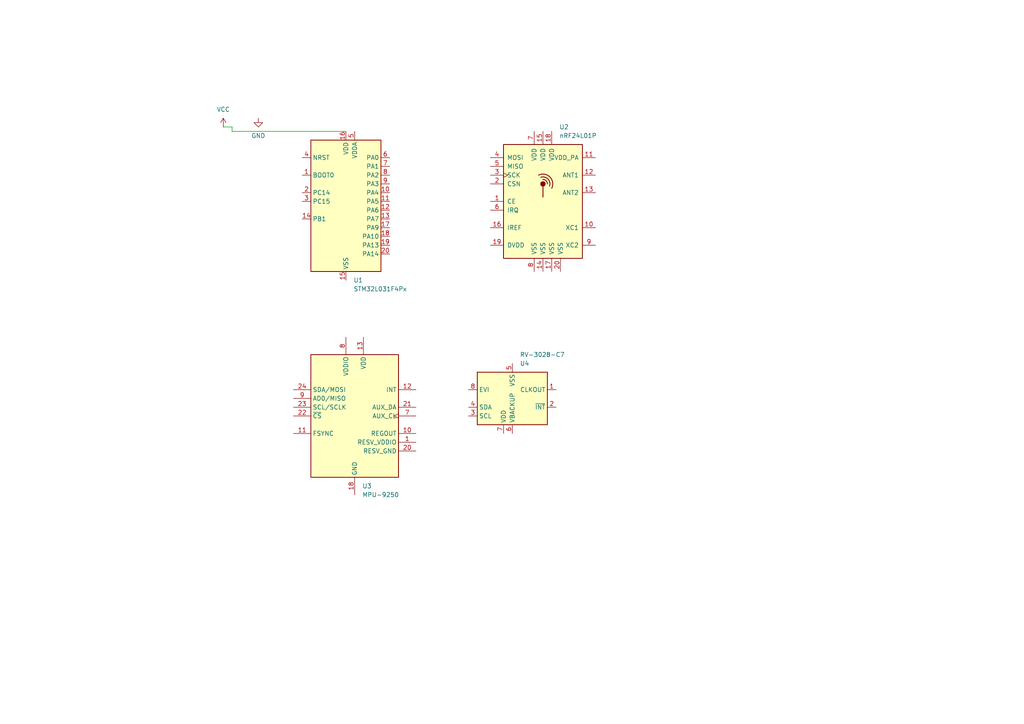
<source format=kicad_sch>
(kicad_sch (version 20231120) (generator "eeschema") (generator_version "8.0")
  (paper "A4")
  (lib_symbols
    (symbol "MCU_ST_STM32L0:STM32L031F4Px"
      (property "Reference" "U" (at -10.16 21.59 0))
      (property "Value" "STM32L031F4Px" (at 5.08 21.59 0))
      (symbol "STM32L031F4Px_0_1"
        (rectangle (start -10.16 -17.78) (end 10.16 20.32) (stroke (width 0.254)) (fill (type background)))
      )
      (symbol "STM32L031F4Px_1_1"
        (pin input line (at -12.7 10.16 0) (length 2.54) (name "BOOT0") (number "1"))
        (pin bidirectional line (at 12.7 5.08 180) (length 2.54) (name "PA4") (number "10"))
        (pin bidirectional line (at 12.7 2.54 180) (length 2.54) (name "PA5") (number "11"))
        (pin bidirectional line (at 12.7 0 180) (length 2.54) (name "PA6") (number "12"))
        (pin bidirectional line (at 12.7 -2.54 180) (length 2.54) (name "PA7") (number "13"))
        (pin bidirectional line (at -12.7 -2.54 0) (length 2.54) (name "PB1") (number "14"))
        (pin power_in line (at 0 -20.32 90) (length 2.54) (name "VSS") (number "15"))
        (pin power_in line (at 0 22.86 270) (length 2.54) (name "VDD") (number "16"))
        (pin bidirectional line (at 12.7 -5.08 180) (length 2.54) (name "PA9") (number "17"))
        (pin bidirectional line (at 12.7 -7.62 180) (length 2.54) (name "PA10") (number "18"))
        (pin bidirectional line (at 12.7 -10.16 180) (length 2.54) (name "PA13") (number "19"))
        (pin bidirectional line (at -12.7 5.08 0) (length 2.54) (name "PC14") (number "2"))
        (pin bidirectional line (at 12.7 -12.7 180) (length 2.54) (name "PA14") (number "20"))
        (pin bidirectional line (at -12.7 2.54 0) (length 2.54) (name "PC15") (number "3"))
        (pin input line (at -12.7 15.24 0) (length 2.54) (name "NRST") (number "4"))
        (pin power_in line (at 2.54 22.86 270) (length 2.54) (name "VDDA") (number "5"))
        (pin bidirectional line (at 12.7 15.24 180) (length 2.54) (name "PA0") (number "6"))
        (pin bidirectional line (at 12.7 12.7 180) (length 2.54) (name "PA1") (number "7"))
        (pin bidirectional line (at 12.7 10.16 180) (length 2.54) (name "PA2") (number "8"))
        (pin bidirectional line (at 12.7 7.62 180) (length 2.54) (name "PA3") (number "9"))
      )
    )
    (symbol "RF:nRF24L01P" (pin_names (offset 1.016))
      (property "Reference" "U" (at -11.43 17.78 0))
      (property "Value" "nRF24L01P" (at 5.08 17.78 0))
      (symbol "nRF24L01P_0_1"
        (rectangle (start -11.43 16.51) (end 11.43 -16.51) (stroke (width 0.254)) (fill (type background)))
        (polyline (pts (xy 0 4.445) (xy 0 1.27)) (stroke (width 0.254)))
        (circle (center 0 5.08) (radius 0.635) (stroke (width 0.254)) (fill (type outline)))
        (arc (start 1.27 5.08) (mid 0.9071 5.9946) (end 0 6.35) (stroke (width 0.254)))
        (arc (start 1.905 4.445) (mid 1.4313 6.5254) (end -0.635 6.985) (stroke (width 0.254)))
        (arc (start 2.54 3.81) (mid 2.008 7.088) (end -1.27 7.62) (stroke (width 0.254)))
        (rectangle (start 11.43 -13.97) (end 11.43 -13.97))
      )
      (symbol "nRF24L01P_1_1"
        (pin input line (at -15.24 0 0) (length 3.81) (name "CE") (number "1"))
        (pin passive line (at 15.24 -7.62 180) (length 3.81) (name "XC1") (number "10"))
        (pin power_out line (at 15.24 12.7 180) (length 3.81) (name "VDD_PA") (number "11"))
        (pin passive line (at 15.24 7.62 180) (length 3.81) (name "ANT1") (number "12"))
        (pin passive line (at 15.24 2.54 180) (length 3.81) (name "ANT2") (number "13"))
        (pin power_in line (at 0 -20.32 90) (length 3.81) (name "VSS") (number "14"))
        (pin power_in line (at 0 20.32 270) (length 3.81) (name "VDD") (number "15"))
        (pin passive line (at -15.24 -7.62 0) (length 3.81) (name "IREF") (number "16"))
        (pin power_in line (at 2.54 -20.32 90) (length 3.81) (name "VSS") (number "17"))
        (pin power_in line (at 2.54 20.32 270) (length 3.81) (name "VDD") (number "18"))
        (pin power_out line (at -15.24 -12.7 0) (length 3.81) (name "DVDD") (number "19"))
        (pin input line (at -15.24 5.08 0) (length 3.81) (name "CSN") (number "2"))
        (pin power_in line (at 5.08 -20.32 90) (length 3.81) (name "VSS") (number "20"))
        (pin input clock (at -15.24 7.62 0) (length 3.81) (name "SCK") (number "3"))
        (pin input line (at -15.24 12.7 0) (length 3.81) (name "MOSI") (number "4"))
        (pin output line (at -15.24 10.16 0) (length 3.81) (name "MISO") (number "5"))
        (pin output line (at -15.24 -2.54 0) (length 3.81) (name "IRQ") (number "6"))
        (pin power_in line (at -2.54 20.32 270) (length 3.81) (name "VDD") (number "7"))
        (pin power_in line (at -2.54 -20.32 90) (length 3.81) (name "VSS") (number "8"))
        (pin passive line (at 15.24 -12.7 180) (length 3.81) (name "XC2") (number "9"))
      )
    )
    (symbol "Sensor_Motion:MPU-9250"
      (property "Reference" "U" (at -11.43 19.05 0))
      (property "Value" "MPU-9250" (at 7.62 -19.05 0))
      (symbol "MPU-9250_0_1"
        (rectangle (start -12.7 17.78) (end 12.7 -17.78) (stroke (width 0.254)) (fill (type background)))
      )
      (symbol "MPU-9250_1_1"
        (pin input line (at 17.78 -7.62 180) (length 5.08) (name "RESV_VDDIO") (number "1"))
        (pin passive line (at 17.78 -5.08 180) (length 5.08) (name "REGOUT") (number "10"))
        (pin input line (at -17.78 -5.08 0) (length 5.08) (name "FSYNC") (number "11"))
        (pin output line (at 17.78 7.62 180) (length 5.08) (name "INT") (number "12"))
        (pin power_in line (at 2.54 22.86 270) (length 5.08) (name "VDD") (number "13"))
        (pin power_in line (at 0 -22.86 90) (length 5.08) (name "GND") (number "18"))
        (pin power_in line (at 17.78 -10.16 180) (length 5.08) (name "RESV_GND") (number "20"))
        (pin bidirectional line (at 17.78 2.54 180) (length 5.08) (name "AUX_DA") (number "21"))
        (pin input line (at -17.78 0 0) (length 5.08) (name "~{CS}") (number "22"))
        (pin input line (at -17.78 2.54 0) (length 5.08) (name "SCL/SCLK") (number "23"))
        (pin bidirectional line (at -17.78 7.62 0) (length 5.08) (name "SDA/MOSI") (number "24"))
        (pin output clock (at 17.78 0 180) (length 5.08) (name "AUX_CL") (number "7"))
        (pin power_in line (at -2.54 22.86 270) (length 5.08) (name "VDDIO") (number "8"))
        (pin bidirectional line (at -17.78 5.08 0) (length 5.08) (name "AD0/MISO") (number "9"))
      )
    )
    (symbol "Timer_RTC:RV-3028-C7"
      (property "Reference" "U" (at -8.89 8.89 0))
      (property "Value" "RV-3028-C7" (at 7.62 8.89 0))
      (symbol "RV-3028-C7_0_1"
        (rectangle (start -10.16 7.62) (end 10.16 -7.62) (stroke (width 0.254)) (fill (type background)))
      )
      (symbol "RV-3028-C7_1_1"
        (pin output line (at 12.7 -2.54 180) (length 2.54) (name "CLKOUT") (number "1"))
        (pin open_collector line (at 12.7 2.54 180) (length 2.54) (name "~{INT}") (number "2"))
        (pin input line (at -12.7 5.08 0) (length 2.54) (name "SCL") (number "3"))
        (pin bidirectional line (at -12.7 2.54 0) (length 2.54) (name "SDA") (number "4"))
        (pin power_in line (at 0 -10.16 90) (length 2.54) (name "VSS") (number "5"))
        (pin power_in line (at 0 10.16 270) (length 2.54) (name "VBACKUP") (number "6"))
        (pin power_in line (at -2.54 10.16 270) (length 2.54) (name "VDD") (number "7"))
        (pin input line (at -12.7 -2.54 0) (length 2.54) (name "EVI") (number "8"))
      )
    )
    (symbol "power:GND" (power) (pin_numbers hide) (pin_names (offset 0) hide)
      (property "Value" "GND" (at 0 -3.81 0))
      (symbol "GND_0_1"
        (polyline (pts (xy 0 0) (xy 0 -1.27) (xy 1.27 -1.27) (xy 0 -2.54) (xy -1.27 -1.27) (xy 0 -1.27)))
      )
      (symbol "GND_1_1"
        (pin power_in line (at 0 0 270) (length 0) (name "~") (number "1"))
      )
    )
    (symbol "power:VCC" (power) (pin_numbers hide) (pin_names (offset 0) hide)
      (property "Value" "VCC" (at 0 3.556 0))
      (symbol "VCC_0_1"
        (polyline (pts (xy -0.762 1.27) (xy 0 2.54)))
        (polyline (pts (xy 0 0) (xy 0 2.54)))
        (polyline (pts (xy 0 2.54) (xy 0.762 1.27)))
      )
      (symbol "VCC_1_1"
        (pin power_in line (at 0 0 90) (length 0) (name "~") (number "1"))
      )
    )
  )
  (wire (pts (xy 67.31 36.83) (xy 64.77 36.83)))
  (wire (pts (xy 100.33 38.1) (xy 67.31 38.1)))
  (wire (pts (xy 67.31 38.1) (xy 67.31 36.83)))
  (symbol (lib_id "MCU_ST_STM32L0:STM32L031F4Px") (at 100.33 60.96 0) (unit 1)
    (property "Reference" "U1" (at 102.5241 81.28 0) (effects (justify left)))
    (property "Value" "STM32L031F4Px" (at 102.5241 83.82 0) (effects (justify left)))
    (property "Footprint" "Package_SO:TSSOP-20_4.4x6.5mm_P0.65mm" (effects (hide yes)))
    (property "Datasheet" "https://www.st.com/resource/en/datasheet/stm32l031f4.pdf" (effects (hide yes)))
    (property "Description" "STMicroelectronics Arm Cortex-M0+ MCU, 16KB flash, 8KB RAM, 32 MHz, 1.65-3.6V, 15 GPIO, TSSOP20" (effects (hide yes)))
  )
  (symbol (lib_id "power:VCC") (at 64.77 36.83 0) (unit 1)
    (property "Reference" "#PWR01" (effects (hide yes)))
    (property "Value" "VCC" (at 64.77 31.75 0))
    (property "Description" "Power symbol creates a global label with name \"VCC\"" (effects (hide yes)))
  )
  (symbol (lib_id "RF:nRF24L01P") (at 157.48 58.42 0) (unit 1)
    (property "Reference" "U2" (at 162.2141 36.83 0) (effects (justify left)))
    (property "Value" "nRF24L01P" (at 162.2141 39.37 0) (effects (justify left)))
    (property "Footprint" "Package_DFN_QFN:QFN-20-1EP_4x4mm_P0.5mm_EP2.5x2.5mm" (effects (hide yes)))
    (property "Datasheet" "http://www.nordicsemi.com/eng/content/download/2726/34069/file/nRF24L01P_Product_Specification_1_0.pdf" (effects (hide yes)))
    (property "Description" "nRF24L01+, Ultra low power 2.4GHz RF Transceiver, QFN20 4x4mm" (effects (hide yes)))
  )
  (symbol (lib_id "Sensor_Motion:MPU-9250") (at 102.87 120.65 0) (unit 1)
    (property "Reference" "U3" (at 105.0641 140.97 0) (effects (justify left)))
    (property "Value" "MPU-9250" (at 105.0641 143.51 0) (effects (justify left)))
    (property "Footprint" "Sensor_Motion:InvenSense_QFN-24_3x3mm_P0.4mm" (effects (hide yes)))
    (property "Datasheet" "https://invensense.tdk.com/wp-content/uploads/2015/02/PS-MPU-9250A-01-v1.1.pdf" (effects (hide yes)))
    (property "Description" "InvenSense 9-Axis Motion Sensor, Accelerometer, Gyroscope, Compass, I2C/SPI" (effects (hide yes)))
  )
  (symbol (lib_id "Timer_RTC:RV-3028-C7") (at 148.59 115.57 0) (mirror x) (unit 1)
    (property "Reference" "U4" (at 150.7841 105.41 0) (effects (justify left)))
    (property "Value" "RV-3028-C7" (at 150.7841 102.87 0) (effects (justify left)))
    (property "Footprint" "Package_SON:MicroCrystal_C7_SON-8_1.5x3.2mm_P0.9mm" (effects (hide yes)))
    (property "Datasheet" "https://www.microcrystal.com/fileadmin/Media/Products/RTC/Datasheet/RV-3028-C7.pdf" (effects (hide yes)))
    (property "Description" "Realtime Clock/Calendar I2C Interface, Extreme Low Power, 1.1 V to 5.5 V, MicroCrystal C7" (effects (hide yes)))
  )
  (symbol (lib_id "power:GND") (at 74.93 34.29 0) (unit 1)
    (property "Reference" "#PWR03" (effects (hide yes)))
    (property "Value" "GND" (at 74.93 39.37 0))
    (property "Description" "Power symbol creates a global label with name \"GND\" , ground" (effects (hide yes)))
  )
)
</source>
